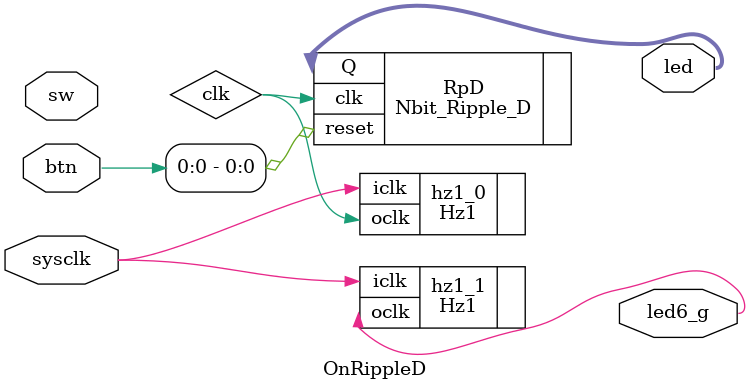
<source format=v>
`timescale 1ns / 1ps


module OnRippleD(
    output led6_g,
    output [3:0]led,
    input sysclk,
    input[3:0]sw,
    input [3:0]btn
    );
    
    wire clk;
    
    Hz1#(125000000, 1) hz1_0(.oclk(clk), .iclk(sysclk));
    Hz1#(125000000, 1) hz1_1(.oclk(led6_g), .iclk(sysclk));
    
    Nbit_Ripple_D #(4) RpD(.Q(led), .clk(clk), .reset(btn[0]));
endmodule

</source>
